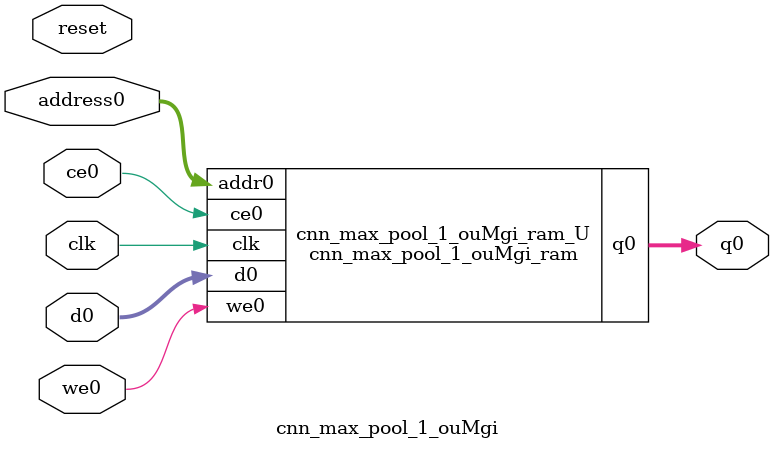
<source format=v>
`timescale 1 ns / 1 ps
module cnn_max_pool_1_ouMgi_ram (addr0, ce0, d0, we0, q0,  clk);

parameter DWIDTH = 14;
parameter AWIDTH = 10;
parameter MEM_SIZE = 1014;

input[AWIDTH-1:0] addr0;
input ce0;
input[DWIDTH-1:0] d0;
input we0;
output reg[DWIDTH-1:0] q0;
input clk;

(* ram_style = "block" *)reg [DWIDTH-1:0] ram[0:MEM_SIZE-1];




always @(posedge clk)  
begin 
    if (ce0) 
    begin
        if (we0) 
        begin 
            ram[addr0] <= d0; 
        end 
        q0 <= ram[addr0];
    end
end


endmodule

`timescale 1 ns / 1 ps
module cnn_max_pool_1_ouMgi(
    reset,
    clk,
    address0,
    ce0,
    we0,
    d0,
    q0);

parameter DataWidth = 32'd14;
parameter AddressRange = 32'd1014;
parameter AddressWidth = 32'd10;
input reset;
input clk;
input[AddressWidth - 1:0] address0;
input ce0;
input we0;
input[DataWidth - 1:0] d0;
output[DataWidth - 1:0] q0;



cnn_max_pool_1_ouMgi_ram cnn_max_pool_1_ouMgi_ram_U(
    .clk( clk ),
    .addr0( address0 ),
    .ce0( ce0 ),
    .we0( we0 ),
    .d0( d0 ),
    .q0( q0 ));

endmodule


</source>
